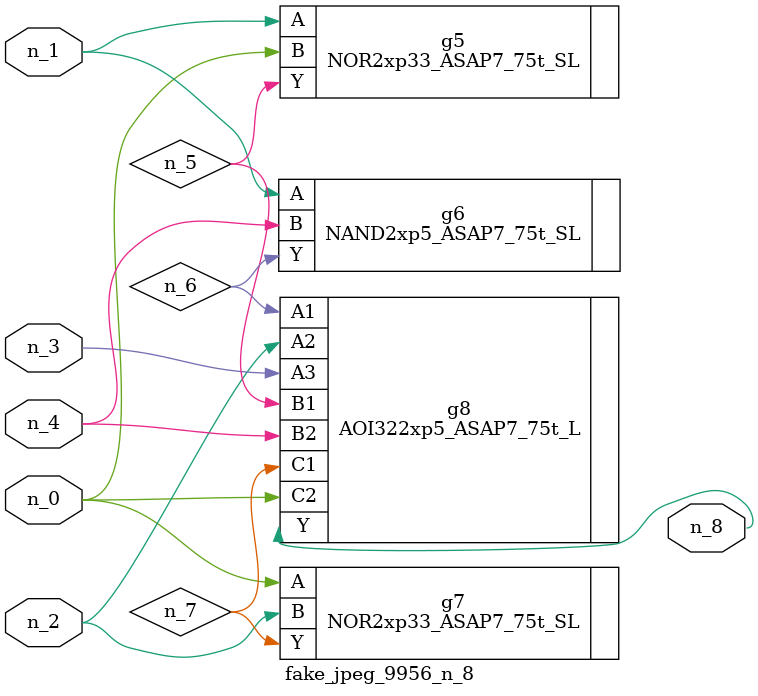
<source format=v>
module fake_jpeg_9956_n_8 (n_3, n_2, n_1, n_0, n_4, n_8);

input n_3;
input n_2;
input n_1;
input n_0;
input n_4;

output n_8;

wire n_6;
wire n_5;
wire n_7;

NOR2xp33_ASAP7_75t_SL g5 ( 
.A(n_1),
.B(n_0),
.Y(n_5)
);

NAND2xp5_ASAP7_75t_SL g6 ( 
.A(n_1),
.B(n_4),
.Y(n_6)
);

NOR2xp33_ASAP7_75t_SL g7 ( 
.A(n_0),
.B(n_2),
.Y(n_7)
);

AOI322xp5_ASAP7_75t_L g8 ( 
.A1(n_6),
.A2(n_2),
.A3(n_3),
.B1(n_5),
.B2(n_4),
.C1(n_7),
.C2(n_0),
.Y(n_8)
);


endmodule
</source>
